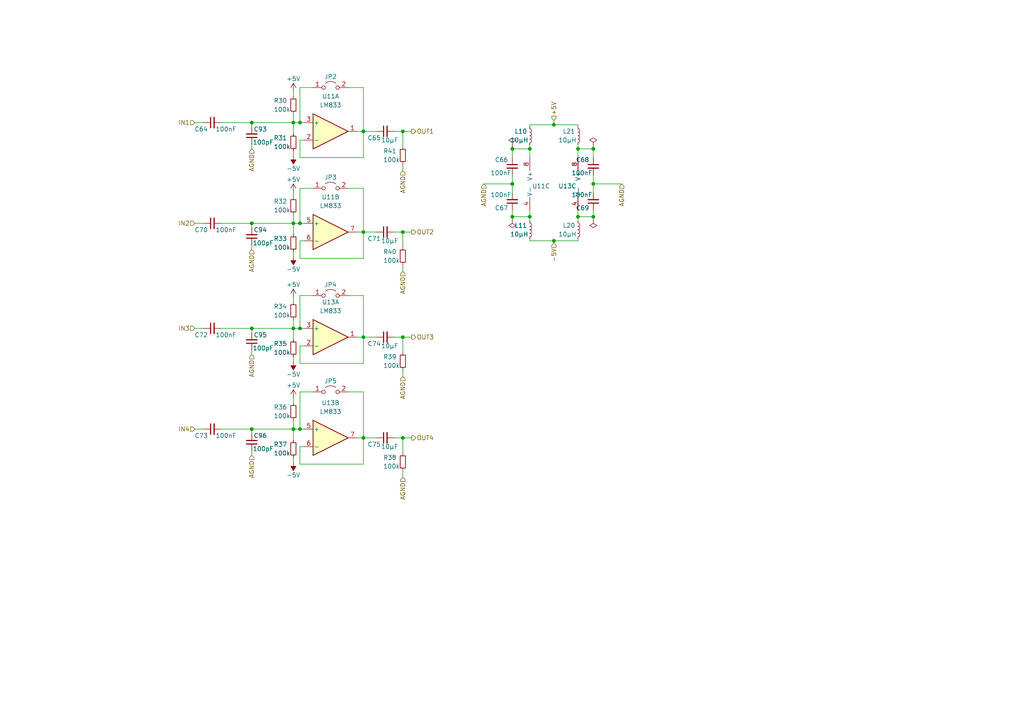
<source format=kicad_sch>
(kicad_sch (version 20231120) (generator "eeschema") (generator_version "8.0")
  (paper "A4")
  (lib_symbols
    (symbol "Amplifier_Operational:OPA2134" (pin_names (offset 0.127))
      (property "Reference" "U" (at 0 5.08 0))
      (property "Value" "OPA2134" (at 0 -5.08 0))
      (symbol "OPA2134_1_1"
        (polyline (pts (xy -5.08 5.08) (xy 5.08 0) (xy -5.08 -5.08) (xy -5.08 5.08)) (stroke (width 0.254)) (fill (type background)))
        (pin output line (at 7.62 0 180) (length 2.54) (name "~") (number "1"))
        (pin input line (at -7.62 -2.54 0) (length 2.54) (name "-") (number "2"))
        (pin input line (at -7.62 2.54 0) (length 2.54) (name "+") (number "3"))
      )
      (symbol "OPA2134_2_1"
        (polyline (pts (xy -5.08 5.08) (xy 5.08 0) (xy -5.08 -5.08) (xy -5.08 5.08)) (stroke (width 0.254)) (fill (type background)))
        (pin input line (at -7.62 2.54 0) (length 2.54) (name "+") (number "5"))
        (pin input line (at -7.62 -2.54 0) (length 2.54) (name "-") (number "6"))
        (pin output line (at 7.62 0 180) (length 2.54) (name "~") (number "7"))
      )
      (symbol "OPA2134_3_1"
        (pin power_in line (at -2.54 -7.62 90) (length 3.81) (name "V-") (number "4"))
        (pin power_in line (at -2.54 7.62 270) (length 3.81) (name "V+") (number "8"))
      )
    )
    (symbol "Device:C_Small" (pin_numbers hide) (pin_names (offset 0.254) hide)
      (property "Reference" "C" (at 0.254 1.778 0))
      (property "Value" "C_Small" (at 0.254 -2.032 0))
      (symbol "C_Small_0_1"
        (polyline (pts (xy -1.524 -0.508) (xy 1.524 -0.508)) (stroke (width 0.3302)))
        (polyline (pts (xy -1.524 0.508) (xy 1.524 0.508)) (stroke (width 0.3048)))
      )
      (symbol "C_Small_1_1"
        (pin passive line (at 0 2.54 270) (length 2.032) (name "~") (number "1"))
        (pin passive line (at 0 -2.54 90) (length 2.032) (name "~") (number "2"))
      )
    )
    (symbol "Device:L_Small" (pin_numbers hide) (pin_names (offset 0.254) hide)
      (property "Reference" "L" (at 0.762 1.016 0))
      (property "Value" "L_Small" (at 0.762 -1.016 0))
      (symbol "L_Small_0_1"
        (arc (start 0 -2.032) (mid 0.5058 -1.524) (end 0 -1.016))
        (arc (start 0 -1.016) (mid 0.5058 -0.508) (end 0 0))
        (arc (start 0 0) (mid 0.5058 0.508) (end 0 1.016))
        (arc (start 0 1.016) (mid 0.5058 1.524) (end 0 2.032))
      )
      (symbol "L_Small_1_1"
        (pin passive line (at 0 2.54 270) (length 0.508) (name "~") (number "1"))
        (pin passive line (at 0 -2.54 90) (length 0.508) (name "~") (number "2"))
      )
    )
    (symbol "Device:R_Small" (pin_numbers hide) (pin_names (offset 0.254) hide)
      (property "Reference" "R" (at 0.762 0.508 0))
      (property "Value" "R_Small" (at 0.762 -1.016 0))
      (symbol "R_Small_0_1"
        (rectangle (start -0.762 1.778) (end 0.762 -1.778) (stroke (width 0.2032)))
      )
      (symbol "R_Small_1_1"
        (pin passive line (at 0 2.54 270) (length 0.762) (name "~") (number "1"))
        (pin passive line (at 0 -2.54 90) (length 0.762) (name "~") (number "2"))
      )
    )
    (symbol "Jumper:Jumper_2_Open" (pin_names (offset 0) hide)
      (property "Reference" "JP" (at 0 2.794 0))
      (property "Value" "Jumper_2_Open" (at 0 -2.286 0))
      (symbol "Jumper_2_Open_0_0"
        (circle (center -2.032 0) (radius 0.508))
        (circle (center 2.032 0) (radius 0.508))
      )
      (symbol "Jumper_2_Open_0_1"
        (arc (start 1.524 1.27) (mid 0 1.778) (end -1.524 1.27))
      )
      (symbol "Jumper_2_Open_1_1"
        (pin passive line (at -5.08 0 0) (length 2.54) (name "A") (number "1"))
        (pin passive line (at 5.08 0 180) (length 2.54) (name "B") (number "2"))
      )
    )
    (symbol "power:+5V" (power) (pin_names (offset 0))
      (property "Value" "+5V" (at 0 3.556 0))
      (symbol "+5V_0_1"
        (polyline (pts (xy -0.762 1.27) (xy 0 2.54)))
        (polyline (pts (xy 0 0) (xy 0 2.54)))
        (polyline (pts (xy 0 2.54) (xy 0.762 1.27)))
      )
      (symbol "+5V_1_1"
        (pin power_in line (at 0 0 90) (length 0) hide (name "+5V") (number "1"))
      )
    )
    (symbol "power:-5V" (power) (pin_names (offset 0))
      (property "Value" "-5V" (at 0 3.81 0))
      (symbol "-5V_0_0"
        (pin power_in line (at 0 0 90) (length 0) hide (name "-5V") (number "1"))
      )
      (symbol "-5V_0_1"
        (polyline (pts (xy 0 0) (xy 0 1.27) (xy 0.762 1.27) (xy 0 2.54) (xy -0.762 1.27) (xy 0 1.27)) (fill (type outline)))
      )
    )
    (symbol "power:PWR_FLAG" (power) (pin_numbers hide) (pin_names (offset 0) hide)
      (property "Value" "PWR_FLAG" (at 0 3.81 0))
      (symbol "PWR_FLAG_0_0"
        (pin power_out line (at 0 0 90) (length 0) (name "pwr") (number "1"))
      )
      (symbol "PWR_FLAG_0_1"
        (polyline (pts (xy 0 0) (xy 0 1.27) (xy -1.016 1.905) (xy 0 2.54) (xy 1.016 1.905) (xy 0 1.27)))
      )
    )
  )
  (junction (at 160.655 69.85))
  (junction (at 116.84 67.31))
  (junction (at 73.025 95.25))
  (junction (at 148.59 62.865))
  (junction (at 172.085 43.18))
  (junction (at 73.025 64.77))
  (junction (at 172.085 53.34))
  (junction (at 148.59 43.18))
  (junction (at 86.995 124.46))
  (junction (at 116.84 97.79))
  (junction (at 85.09 124.46))
  (junction (at 148.59 53.34))
  (junction (at 116.84 38.1))
  (junction (at 86.995 35.56))
  (junction (at 73.025 35.56))
  (junction (at 172.085 62.865))
  (junction (at 85.09 35.56))
  (junction (at 105.41 67.31))
  (junction (at 116.84 127))
  (junction (at 86.995 95.25))
  (junction (at 85.09 64.77))
  (junction (at 167.64 62.865))
  (junction (at 105.41 127))
  (junction (at 105.41 97.79))
  (junction (at 86.995 64.77))
  (junction (at 85.09 95.25))
  (junction (at 105.41 38.1))
  (junction (at 160.655 36.195))
  (junction (at 73.025 124.46))
  (junction (at 153.67 62.865))
  (junction (at 153.67 43.18))
  (junction (at 167.64 43.18))
  (wire (pts (xy 86.995 35.56) (xy 88.265 35.56)))
  (wire (pts (xy 114.3 67.31) (xy 116.84 67.31)))
  (wire (pts (xy 153.67 45.72) (xy 153.67 43.18)))
  (wire (pts (xy 85.09 132.715) (xy 85.09 133.985)))
  (wire (pts (xy 85.09 95.25) (xy 85.09 98.425)))
  (wire (pts (xy 160.655 69.85) (xy 160.655 70.485)))
  (wire (pts (xy 64.135 124.46) (xy 73.025 124.46)))
  (wire (pts (xy 105.41 25.4) (xy 105.41 38.1)))
  (wire (pts (xy 86.995 45.72) (xy 86.995 40.64)))
  (wire (pts (xy 105.41 127) (xy 109.22 127)))
  (wire (pts (xy 86.995 40.64) (xy 88.265 40.64)))
  (wire (pts (xy 114.3 38.1) (xy 116.84 38.1)))
  (wire (pts (xy 105.41 38.1) (xy 105.41 45.72)))
  (wire (pts (xy 153.67 69.85) (xy 153.67 69.215)))
  (wire (pts (xy 86.995 95.25) (xy 88.265 95.25)))
  (wire (pts (xy 116.84 127) (xy 116.84 131.445)))
  (wire (pts (xy 56.515 64.77) (xy 59.055 64.77)))
  (wire (pts (xy 153.67 43.18) (xy 153.67 41.91)))
  (wire (pts (xy 172.085 62.865) (xy 172.085 63.5)))
  (wire (pts (xy 105.41 134.62) (xy 86.995 134.62)))
  (wire (pts (xy 148.59 50.8) (xy 148.59 53.34)))
  (wire (pts (xy 103.505 97.79) (xy 105.41 97.79)))
  (wire (pts (xy 153.67 62.865) (xy 153.67 64.135)))
  (wire (pts (xy 172.085 50.8) (xy 172.085 53.34)))
  (wire (pts (xy 116.84 136.525) (xy 116.84 138.43)))
  (wire (pts (xy 116.84 76.835) (xy 116.84 78.74)))
  (wire (pts (xy 160.655 34.925) (xy 160.655 36.195)))
  (wire (pts (xy 100.965 25.4) (xy 105.41 25.4)))
  (wire (pts (xy 148.59 43.18) (xy 153.67 43.18)))
  (wire (pts (xy 116.84 97.79) (xy 119.38 97.79)))
  (wire (pts (xy 73.025 64.77) (xy 85.09 64.77)))
  (wire (pts (xy 85.09 35.56) (xy 86.995 35.56)))
  (wire (pts (xy 100.965 113.665) (xy 105.41 113.665)))
  (wire (pts (xy 105.41 67.31) (xy 105.41 74.93)))
  (wire (pts (xy 167.64 36.83) (xy 167.64 36.195)))
  (wire (pts (xy 105.41 113.665) (xy 105.41 127)))
  (wire (pts (xy 64.135 64.77) (xy 73.025 64.77)))
  (wire (pts (xy 105.41 97.79) (xy 105.41 105.41)))
  (wire (pts (xy 73.025 71.12) (xy 73.025 72.39)))
  (wire (pts (xy 167.64 36.195) (xy 160.655 36.195)))
  (wire (pts (xy 85.09 124.46) (xy 86.995 124.46)))
  (wire (pts (xy 105.41 38.1) (xy 109.22 38.1)))
  (wire (pts (xy 85.09 95.25) (xy 86.995 95.25)))
  (wire (pts (xy 172.085 53.34) (xy 180.34 53.34)))
  (wire (pts (xy 85.09 86.36) (xy 85.09 87.63)))
  (wire (pts (xy 86.995 124.46) (xy 88.265 124.46)))
  (wire (pts (xy 167.64 43.18) (xy 167.64 45.72)))
  (wire (pts (xy 148.59 62.865) (xy 153.67 62.865)))
  (wire (pts (xy 148.59 63.5) (xy 148.59 62.865)))
  (wire (pts (xy 85.09 121.92) (xy 85.09 124.46)))
  (wire (pts (xy 160.655 69.85) (xy 167.64 69.85)))
  (wire (pts (xy 85.09 64.77) (xy 86.995 64.77)))
  (wire (pts (xy 105.41 127) (xy 105.41 134.62)))
  (wire (pts (xy 153.67 36.195) (xy 153.67 36.83)))
  (wire (pts (xy 86.995 25.4) (xy 86.995 35.56)))
  (wire (pts (xy 85.09 55.88) (xy 85.09 57.15)))
  (wire (pts (xy 85.09 115.57) (xy 85.09 116.84)))
  (wire (pts (xy 116.84 97.79) (xy 116.84 102.235)))
  (wire (pts (xy 73.025 124.46) (xy 73.025 125.73)))
  (wire (pts (xy 172.085 42.545) (xy 172.085 43.18)))
  (wire (pts (xy 140.335 53.34) (xy 148.59 53.34)))
  (wire (pts (xy 103.505 127) (xy 105.41 127)))
  (wire (pts (xy 56.515 35.56) (xy 59.055 35.56)))
  (wire (pts (xy 172.085 60.96) (xy 172.085 62.865)))
  (wire (pts (xy 85.09 26.67) (xy 85.09 27.94)))
  (wire (pts (xy 116.84 38.1) (xy 116.84 42.545)))
  (wire (pts (xy 105.41 105.41) (xy 86.995 105.41)))
  (wire (pts (xy 116.84 67.31) (xy 119.38 67.31)))
  (wire (pts (xy 114.3 97.79) (xy 116.84 97.79)))
  (wire (pts (xy 105.41 97.79) (xy 109.22 97.79)))
  (wire (pts (xy 85.09 92.71) (xy 85.09 95.25)))
  (wire (pts (xy 167.64 43.18) (xy 172.085 43.18)))
  (wire (pts (xy 56.515 124.46) (xy 59.055 124.46)))
  (wire (pts (xy 73.025 124.46) (xy 85.09 124.46)))
  (wire (pts (xy 86.995 74.93) (xy 86.995 69.85)))
  (wire (pts (xy 64.135 95.25) (xy 73.025 95.25)))
  (wire (pts (xy 73.025 41.91) (xy 73.025 43.18)))
  (wire (pts (xy 85.09 33.02) (xy 85.09 35.56)))
  (wire (pts (xy 85.09 124.46) (xy 85.09 127.635)))
  (wire (pts (xy 148.59 42.545) (xy 148.59 43.18)))
  (wire (pts (xy 85.09 64.77) (xy 85.09 67.945)))
  (wire (pts (xy 90.805 25.4) (xy 86.995 25.4)))
  (wire (pts (xy 86.995 85.725) (xy 90.805 85.725)))
  (wire (pts (xy 73.025 95.25) (xy 85.09 95.25)))
  (wire (pts (xy 167.64 43.18) (xy 167.64 41.91)))
  (wire (pts (xy 100.965 54.61) (xy 105.41 54.61)))
  (wire (pts (xy 105.41 54.61) (xy 105.41 67.31)))
  (wire (pts (xy 85.09 62.23) (xy 85.09 64.77)))
  (wire (pts (xy 86.995 54.61) (xy 86.995 64.77)))
  (wire (pts (xy 86.995 113.665) (xy 86.995 124.46)))
  (wire (pts (xy 148.59 60.96) (xy 148.59 62.865)))
  (wire (pts (xy 148.59 45.72) (xy 148.59 43.18)))
  (wire (pts (xy 85.09 103.505) (xy 85.09 104.775)))
  (wire (pts (xy 153.67 60.96) (xy 153.67 62.865)))
  (wire (pts (xy 86.995 100.33) (xy 88.265 100.33)))
  (wire (pts (xy 105.41 67.31) (xy 109.22 67.31)))
  (wire (pts (xy 114.3 127) (xy 116.84 127)))
  (wire (pts (xy 73.025 35.56) (xy 85.09 35.56)))
  (wire (pts (xy 64.135 35.56) (xy 73.025 35.56)))
  (wire (pts (xy 86.995 105.41) (xy 86.995 100.33)))
  (wire (pts (xy 100.965 85.725) (xy 105.41 85.725)))
  (wire (pts (xy 90.805 113.665) (xy 86.995 113.665)))
  (wire (pts (xy 148.59 53.34) (xy 148.59 55.88)))
  (wire (pts (xy 105.41 85.725) (xy 105.41 97.79)))
  (wire (pts (xy 85.09 35.56) (xy 85.09 38.735)))
  (wire (pts (xy 85.09 43.815) (xy 85.09 45.085)))
  (wire (pts (xy 73.025 130.81) (xy 73.025 132.08)))
  (wire (pts (xy 56.515 95.25) (xy 59.055 95.25)))
  (wire (pts (xy 85.09 73.025) (xy 85.09 74.295)))
  (wire (pts (xy 103.505 38.1) (xy 105.41 38.1)))
  (wire (pts (xy 153.67 36.195) (xy 160.655 36.195)))
  (wire (pts (xy 86.995 129.54) (xy 88.265 129.54)))
  (wire (pts (xy 172.085 53.34) (xy 172.085 55.88)))
  (wire (pts (xy 167.64 60.96) (xy 167.64 62.865)))
  (wire (pts (xy 73.025 101.6) (xy 73.025 102.87)))
  (wire (pts (xy 116.84 107.315) (xy 116.84 109.22)))
  (wire (pts (xy 160.655 69.85) (xy 153.67 69.85)))
  (wire (pts (xy 116.84 67.31) (xy 116.84 71.755)))
  (wire (pts (xy 172.085 43.18) (xy 172.085 45.72)))
  (wire (pts (xy 116.84 38.1) (xy 119.38 38.1)))
  (wire (pts (xy 86.995 64.77) (xy 88.265 64.77)))
  (wire (pts (xy 167.64 62.865) (xy 172.085 62.865)))
  (wire (pts (xy 73.025 35.56) (xy 73.025 36.83)))
  (wire (pts (xy 86.995 85.725) (xy 86.995 95.25)))
  (wire (pts (xy 105.41 45.72) (xy 86.995 45.72)))
  (wire (pts (xy 167.64 69.85) (xy 167.64 69.215)))
  (wire (pts (xy 105.41 74.93) (xy 86.995 74.93)))
  (wire (pts (xy 86.995 54.61) (xy 90.805 54.61)))
  (wire (pts (xy 116.84 47.625) (xy 116.84 49.53)))
  (wire (pts (xy 86.995 134.62) (xy 86.995 129.54)))
  (wire (pts (xy 73.025 95.25) (xy 73.025 96.52)))
  (wire (pts (xy 167.64 64.135) (xy 167.64 62.865)))
  (wire (pts (xy 103.505 67.31) (xy 105.41 67.31)))
  (wire (pts (xy 116.84 127) (xy 119.38 127)))
  (wire (pts (xy 73.025 64.77) (xy 73.025 66.04)))
  (wire (pts (xy 86.995 69.85) (xy 88.265 69.85)))
  (hierarchical_label "AGND" (shape input) (at 116.84 138.43 270))
  (hierarchical_label "AGND" (shape input) (at 116.84 78.74 270))
  (hierarchical_label "OUT4" (shape output) (at 119.38 127 0))
  (hierarchical_label "IN4" (shape input) (at 56.515 124.46 180))
  (hierarchical_label "AGND" (shape input) (at 180.34 53.34 270))
  (hierarchical_label "IN1" (shape input) (at 56.515 35.56 180))
  (hierarchical_label "OUT3" (shape output) (at 119.38 97.79 0))
  (hierarchical_label "AGND" (shape input) (at 116.84 109.22 270))
  (hierarchical_label "AGND" (shape input) (at 73.025 43.18 270))
  (hierarchical_label "AGND" (shape input) (at 73.025 132.08 270))
  (hierarchical_label "IN3" (shape input) (at 56.515 95.25 180))
  (hierarchical_label "OUT1" (shape output) (at 119.38 38.1 0))
  (hierarchical_label "AGND" (shape input) (at 73.025 102.87 270))
  (hierarchical_label "+5V" (shape input) (at 160.655 34.925 90))
  (hierarchical_label "-5V" (shape input) (at 160.655 70.485 270))
  (hierarchical_label "AGND" (shape input) (at 140.335 53.34 270))
  (hierarchical_label "AGND" (shape input) (at 73.025 72.39 270))
  (hierarchical_label "OUT2" (shape output) (at 119.38 67.31 0))
  (hierarchical_label "AGND" (shape input) (at 116.84 49.53 270))
  (hierarchical_label "IN2" (shape input) (at 56.515 64.77 180))
  (symbol (lib_id "power:-5V") (at 85.09 74.295 180) (unit 1)
    (property "Reference" "#PWR033" (effects (hide yes)))
    (property "Value" "-5V" (at 85.09 78.105 0))
  )
  (symbol (lib_id "Device:C_Small") (at 73.025 128.27 180) (unit 1)
    (property "Reference" "C96" (at 77.47 126.365 0) (effects (justify left)))
    (property "Value" "100pF" (at 79.375 130.175 0) (effects (justify left)))
    (property "Footprint" "Capacitor_SMD:C_0805_2012Metric_Pad1.18x1.45mm_HandSolder" (effects (hide yes)))
  )
  (symbol (lib_id "Device:R_Small") (at 85.09 30.48 0) (unit 1)
    (property "Reference" "R30" (at 79.375 29.21 0) (effects (justify left)))
    (property "Value" "100k" (at 79.375 31.75 0) (effects (justify left)))
    (property "Footprint" "Resistor_SMD:R_0603_1608Metric_Pad0.98x0.95mm_HandSolder" (effects (hide yes)))
    (property "LCSC" "C25803" (effects (hide yes)))
  )
  (symbol (lib_id "Device:C_Small") (at 73.025 68.58 180) (unit 1)
    (property "Reference" "C94" (at 77.47 66.675 0) (effects (justify left)))
    (property "Value" "100pF" (at 79.375 70.485 0) (effects (justify left)))
    (property "Footprint" "Capacitor_SMD:C_0805_2012Metric_Pad1.18x1.45mm_HandSolder" (effects (hide yes)))
  )
  (symbol (lib_id "Device:C_Small") (at 111.76 127 90) (unit 1)
    (property "Reference" "C75" (at 110.49 128.905 90) (effects (justify left)))
    (property "Value" "10µF" (at 115.57 129.54 90) (effects (justify left)))
    (property "Footprint" "Capacitor_SMD:CP_Elec_4x5.4" (effects (hide yes)))
    (property "DK" "732-8341-1-ND" (effects (hide yes)))
  )
  (symbol (lib_id "Device:L_Small") (at 167.64 66.675 0) (unit 1)
    (property "Reference" "L20" (at 163.195 65.405 0) (effects (justify left)))
    (property "Value" "10µH" (at 161.925 67.945 0) (effects (justify left)))
    (property "Footprint" "Inductor_SMD:L_0805_2012Metric_Pad1.15x1.40mm_HandSolder" (effects (hide yes)))
    (property "LCSC" "C1046" (effects (hide yes)))
  )
  (symbol (lib_id "power:+5V") (at 85.09 86.36 0) (unit 1)
    (property "Reference" "#PWR034" (effects (hide yes)))
    (property "Value" "+5V" (at 85.09 82.55 0))
  )
  (symbol (lib_id "Device:C_Small") (at 111.76 97.79 90) (unit 1)
    (property "Reference" "C74" (at 110.49 99.695 90) (effects (justify left)))
    (property "Value" "10µF" (at 115.57 100.33 90) (effects (justify left)))
    (property "Footprint" "Capacitor_SMD:CP_Elec_4x5.4" (effects (hide yes)))
    (property "DK" "732-8341-1-ND" (effects (hide yes)))
  )
  (symbol (lib_id "Device:R_Small") (at 116.84 104.775 0) (unit 1)
    (property "Reference" "R39" (at 111.125 103.505 0) (effects (justify left)))
    (property "Value" "100k" (at 111.125 106.045 0) (effects (justify left)))
    (property "Footprint" "Resistor_SMD:R_0603_1608Metric_Pad0.98x0.95mm_HandSolder" (effects (hide yes)))
    (property "LCSC" "C25803" (effects (hide yes)))
  )
  (symbol (lib_id "power:+5V") (at 85.09 115.57 0) (unit 1)
    (property "Reference" "#PWR036" (effects (hide yes)))
    (property "Value" "+5V" (at 85.09 111.76 0))
  )
  (symbol (lib_id "Device:R_Small") (at 116.84 45.085 0) (unit 1)
    (property "Reference" "R41" (at 111.125 43.815 0) (effects (justify left)))
    (property "Value" "100k" (at 111.125 46.355 0) (effects (justify left)))
    (property "Footprint" "Resistor_SMD:R_0603_1608Metric_Pad0.98x0.95mm_HandSolder" (effects (hide yes)))
    (property "LCSC" "C25803" (effects (hide yes)))
  )
  (symbol (lib_id "Amplifier_Operational:OPA2134") (at 95.885 127 0) (unit 2)
    (property "Reference" "U13" (at 95.885 116.84 0))
    (property "Value" "LM833" (at 95.885 119.38 0))
    (property "Footprint" "Package_SO:SOIC-8_5.23x5.23mm_P1.27mm" (effects (hide yes)))
    (property "Datasheet" "http://www.ti.com/lit/ds/symlink/opa134.pdf" (effects (hide yes)))
  )
  (symbol (lib_id "Jumper:Jumper_2_Open") (at 95.885 54.61 0) (unit 1)
    (property "Reference" "JP3" (at 95.885 51.435 0))
    (property "Value" "Bypass" (effects (hide yes)))
    (property "Footprint" "Jumper:SolderJumper-2_P1.3mm_Open_RoundedPad1.0x1.5mm" (effects (hide yes)))
  )
  (symbol (lib_id "Amplifier_Operational:OPA2134") (at 95.885 67.31 0) (unit 2)
    (property "Reference" "U11" (at 95.885 57.15 0))
    (property "Value" "LM833" (at 95.885 59.69 0))
    (property "Footprint" "Package_SO:SOIC-8_5.23x5.23mm_P1.27mm" (effects (hide yes)))
    (property "Datasheet" "http://www.ti.com/lit/ds/symlink/opa134.pdf" (effects (hide yes)))
  )
  (symbol (lib_id "power:+5V") (at 85.09 26.67 0) (unit 1)
    (property "Reference" "#PWR030" (effects (hide yes)))
    (property "Value" "+5V" (at 85.09 22.86 0))
  )
  (symbol (lib_id "power:-5V") (at 85.09 133.985 180) (unit 1)
    (property "Reference" "#PWR037" (effects (hide yes)))
    (property "Value" "-5V" (at 85.09 137.795 0))
  )
  (symbol (lib_id "Device:C_Small") (at 61.595 35.56 90) (unit 1)
    (property "Reference" "C64" (at 60.325 37.465 90) (effects (justify left)))
    (property "Value" "100nF" (at 68.58 37.465 90) (effects (justify left)))
    (property "Footprint" "Capacitor_SMD:C_0805_2012Metric_Pad1.18x1.45mm_HandSolder" (effects (hide yes)))
    (property "LCSC" "C28233" (effects (hide yes)))
  )
  (symbol (lib_id "power:-5V") (at 85.09 104.775 180) (unit 1)
    (property "Reference" "#PWR035" (effects (hide yes)))
    (property "Value" "-5V" (at 85.09 108.585 0))
  )
  (symbol (lib_id "Device:C_Small") (at 73.025 39.37 180) (unit 1)
    (property "Reference" "C93" (at 77.47 37.465 0) (effects (justify left)))
    (property "Value" "100pF" (at 79.375 41.275 0) (effects (justify left)))
    (property "Footprint" "Capacitor_SMD:C_0805_2012Metric_Pad1.18x1.45mm_HandSolder" (effects (hide yes)))
  )
  (symbol (lib_id "Device:C_Small") (at 111.76 67.31 90) (unit 1)
    (property "Reference" "C71" (at 110.49 69.215 90) (effects (justify left)))
    (property "Value" "10µF" (at 115.57 69.85 90) (effects (justify left)))
    (property "Footprint" "Capacitor_SMD:CP_Elec_4x5.4" (effects (hide yes)))
    (property "DK" "732-8341-1-ND" (effects (hide yes)))
  )
  (symbol (lib_id "Device:C_Small") (at 73.025 99.06 180) (unit 1)
    (property "Reference" "C95" (at 77.47 97.155 0) (effects (justify left)))
    (property "Value" "100pF" (at 79.375 100.965 0) (effects (justify left)))
    (property "Footprint" "Capacitor_SMD:C_0805_2012Metric_Pad1.18x1.45mm_HandSolder" (effects (hide yes)))
  )
  (symbol (lib_id "Device:C_Small") (at 61.595 124.46 90) (unit 1)
    (property "Reference" "C73" (at 60.325 126.365 90) (effects (justify left)))
    (property "Value" "100nF" (at 68.58 126.365 90) (effects (justify left)))
    (property "Footprint" "Capacitor_SMD:C_0805_2012Metric_Pad1.18x1.45mm_HandSolder" (effects (hide yes)))
    (property "LCSC" "C28233" (effects (hide yes)))
  )
  (symbol (lib_id "power:-5V") (at 85.09 45.085 180) (unit 1)
    (property "Reference" "#PWR031" (effects (hide yes)))
    (property "Value" "-5V" (at 85.09 48.895 0))
  )
  (symbol (lib_id "Device:C_Small") (at 111.76 38.1 90) (unit 1)
    (property "Reference" "C65" (at 110.49 40.005 90) (effects (justify left)))
    (property "Value" "10µF" (at 115.57 40.64 90) (effects (justify left)))
    (property "Footprint" "Capacitor_SMD:CP_Elec_4x5.4" (effects (hide yes)))
    (property "DK" "732-8341-1-ND" (effects (hide yes)))
  )
  (symbol (lib_id "Device:C_Small") (at 172.085 48.26 0) (unit 1)
    (property "Reference" "C68" (at 167.005 46.355 0) (effects (justify left)))
    (property "Value" "100nF" (at 165.735 50.165 0) (effects (justify left)))
    (property "Footprint" "Capacitor_SMD:C_0805_2012Metric_Pad1.18x1.45mm_HandSolder" (effects (hide yes)))
    (property "LCSC" "C28233" (effects (hide yes)))
  )
  (symbol (lib_id "Device:R_Small") (at 85.09 130.175 0) (unit 1)
    (property "Reference" "R37" (at 79.375 128.905 0) (effects (justify left)))
    (property "Value" "100k" (at 79.375 131.445 0) (effects (justify left)))
    (property "Footprint" "Resistor_SMD:R_0603_1608Metric_Pad0.98x0.95mm_HandSolder" (effects (hide yes)))
    (property "LCSC" "C25803" (effects (hide yes)))
  )
  (symbol (lib_id "Device:C_Small") (at 148.59 58.42 0) (mirror x) (unit 1)
    (property "Reference" "C67" (at 143.51 60.325 0) (effects (justify left)))
    (property "Value" "100nF" (at 142.24 56.515 0) (effects (justify left)))
    (property "Footprint" "Capacitor_SMD:C_0805_2012Metric_Pad1.18x1.45mm_HandSolder" (effects (hide yes)))
    (property "LCSC" "C28233" (effects (hide yes)))
  )
  (symbol (lib_id "power:+5V") (at 85.09 55.88 0) (unit 1)
    (property "Reference" "#PWR032" (effects (hide yes)))
    (property "Value" "+5V" (at 85.09 52.07 0))
  )
  (symbol (lib_id "Device:R_Small") (at 116.84 133.985 0) (unit 1)
    (property "Reference" "R38" (at 111.125 132.715 0) (effects (justify left)))
    (property "Value" "100k" (at 111.125 135.255 0) (effects (justify left)))
    (property "Footprint" "Resistor_SMD:R_0603_1608Metric_Pad0.98x0.95mm_HandSolder" (effects (hide yes)))
    (property "LCSC" "C25803" (effects (hide yes)))
  )
  (symbol (lib_id "Jumper:Jumper_2_Open") (at 95.885 25.4 0) (unit 1)
    (property "Reference" "JP2" (at 95.885 22.225 0))
    (property "Value" "Bypass" (effects (hide yes)))
    (property "Footprint" "Jumper:SolderJumper-2_P1.3mm_Open_RoundedPad1.0x1.5mm" (effects (hide yes)))
  )
  (symbol (lib_id "power:PWR_FLAG") (at 172.085 42.545 0) (unit 1)
    (property "Reference" "#FLG020" (effects (hide yes)))
    (property "Value" "PWR_FLAG" (effects (hide yes)))
  )
  (symbol (lib_id "Jumper:Jumper_2_Open") (at 95.885 85.725 0) (unit 1)
    (property "Reference" "JP4" (at 95.885 82.55 0))
    (property "Value" "Bypass" (effects (hide yes)))
    (property "Footprint" "Jumper:SolderJumper-2_P1.3mm_Open_RoundedPad1.0x1.5mm" (effects (hide yes)))
  )
  (symbol (lib_id "Device:C_Small") (at 61.595 64.77 90) (unit 1)
    (property "Reference" "C70" (at 60.325 66.675 90) (effects (justify left)))
    (property "Value" "100nF" (at 68.58 66.675 90) (effects (justify left)))
    (property "Footprint" "Capacitor_SMD:C_0805_2012Metric_Pad1.18x1.45mm_HandSolder" (effects (hide yes)))
    (property "LCSC" "C28233" (effects (hide yes)))
  )
  (symbol (lib_id "Device:R_Small") (at 85.09 90.17 0) (unit 1)
    (property "Reference" "R34" (at 79.375 88.9 0) (effects (justify left)))
    (property "Value" "100k" (at 79.375 91.44 0) (effects (justify left)))
    (property "Footprint" "Resistor_SMD:R_0603_1608Metric_Pad0.98x0.95mm_HandSolder" (effects (hide yes)))
    (property "LCSC" "C25803" (effects (hide yes)))
  )
  (symbol (lib_id "Device:C_Small") (at 148.59 48.26 0) (unit 1)
    (property "Reference" "C66" (at 143.51 46.355 0) (effects (justify left)))
    (property "Value" "100nF" (at 142.24 50.165 0) (effects (justify left)))
    (property "Footprint" "Capacitor_SMD:C_0805_2012Metric_Pad1.18x1.45mm_HandSolder" (effects (hide yes)))
    (property "LCSC" "C28233" (effects (hide yes)))
  )
  (symbol (lib_id "Jumper:Jumper_2_Open") (at 95.885 113.665 0) (unit 1)
    (property "Reference" "JP5" (at 95.885 110.49 0))
    (property "Value" "Bypass" (effects (hide yes)))
    (property "Footprint" "Jumper:SolderJumper-2_P1.3mm_Open_RoundedPad1.0x1.5mm" (effects (hide yes)))
  )
  (symbol (lib_id "Device:R_Small") (at 85.09 41.275 0) (unit 1)
    (property "Reference" "R31" (at 79.375 40.005 0) (effects (justify left)))
    (property "Value" "100k" (at 79.375 42.545 0) (effects (justify left)))
    (property "Footprint" "Resistor_SMD:R_0603_1608Metric_Pad0.98x0.95mm_HandSolder" (effects (hide yes)))
    (property "LCSC" "C25803" (effects (hide yes)))
  )
  (symbol (lib_id "Amplifier_Operational:OPA2134") (at 156.21 53.34 0) (unit 3)
    (property "Reference" "U11" (at 154.305 53.975 0) (effects (justify left)))
    (property "Value" "LM833" (effects (hide yes)))
    (property "Footprint" "Package_SO:SOIC-8_5.23x5.23mm_P1.27mm" (effects (hide yes)))
    (property "Datasheet" "http://www.ti.com/lit/ds/symlink/opa134.pdf" (effects (hide yes)))
  )
  (symbol (lib_id "Device:C_Small") (at 61.595 95.25 90) (unit 1)
    (property "Reference" "C72" (at 60.325 97.155 90) (effects (justify left)))
    (property "Value" "100nF" (at 68.58 97.155 90) (effects (justify left)))
    (property "Footprint" "Capacitor_SMD:C_0805_2012Metric_Pad1.18x1.45mm_HandSolder" (effects (hide yes)))
    (property "LCSC" "C28233" (effects (hide yes)))
  )
  (symbol (lib_id "Amplifier_Operational:OPA2134") (at 95.885 97.79 0) (unit 1)
    (property "Reference" "U13" (at 95.885 87.63 0))
    (property "Value" "LM833" (at 95.885 90.17 0))
    (property "Footprint" "Package_SO:SOIC-8_5.23x5.23mm_P1.27mm" (effects (hide yes)))
    (property "Datasheet" "http://www.ti.com/lit/ds/symlink/opa134.pdf" (effects (hide yes)))
  )
  (symbol (lib_id "power:PWR_FLAG") (at 148.59 63.5 180) (unit 1)
    (property "Reference" "#FLG06" (effects (hide yes)))
    (property "Value" "PWR_FLAG" (effects (hide yes)))
  )
  (symbol (lib_id "Amplifier_Operational:OPA2134") (at 95.885 38.1 0) (unit 1)
    (property "Reference" "U11" (at 95.885 27.94 0))
    (property "Value" "LM833" (at 95.885 30.48 0))
    (property "Footprint" "Package_SO:SOIC-8_5.23x5.23mm_P1.27mm" (effects (hide yes)))
    (property "Datasheet" "http://www.ti.com/lit/ds/symlink/opa134.pdf" (effects (hide yes)))
  )
  (symbol (lib_id "Device:R_Small") (at 85.09 70.485 0) (unit 1)
    (property "Reference" "R33" (at 79.375 69.215 0) (effects (justify left)))
    (property "Value" "100k" (at 79.375 71.755 0) (effects (justify left)))
    (property "Footprint" "Resistor_SMD:R_0603_1608Metric_Pad0.98x0.95mm_HandSolder" (effects (hide yes)))
    (property "LCSC" "C25803" (effects (hide yes)))
  )
  (symbol (lib_id "Device:L_Small") (at 153.67 39.37 0) (unit 1)
    (property "Reference" "L10" (at 149.225 38.1 0) (effects (justify left)))
    (property "Value" "10µH" (at 147.955 40.64 0) (effects (justify left)))
    (property "Footprint" "Inductor_SMD:L_0805_2012Metric_Pad1.15x1.40mm_HandSolder" (effects (hide yes)))
    (property "LCSC" "C1046" (effects (hide yes)))
  )
  (symbol (lib_id "Device:R_Small") (at 85.09 59.69 0) (unit 1)
    (property "Reference" "R32" (at 79.375 58.42 0) (effects (justify left)))
    (property "Value" "100k" (at 79.375 60.96 0) (effects (justify left)))
    (property "Footprint" "Resistor_SMD:R_0603_1608Metric_Pad0.98x0.95mm_HandSolder" (effects (hide yes)))
    (property "LCSC" "C25803" (effects (hide yes)))
  )
  (symbol (lib_id "power:PWR_FLAG") (at 172.085 63.5 180) (unit 1)
    (property "Reference" "#FLG021" (effects (hide yes)))
    (property "Value" "PWR_FLAG" (effects (hide yes)))
  )
  (symbol (lib_id "Amplifier_Operational:OPA2134") (at 170.18 53.34 0) (unit 3)
    (property "Reference" "U13" (at 161.925 53.975 0) (effects (justify left)))
    (property "Value" "LM833" (effects (hide yes)))
    (property "Footprint" "Package_SO:SOIC-8_5.23x5.23mm_P1.27mm" (effects (hide yes)))
    (property "Datasheet" "http://www.ti.com/lit/ds/symlink/opa134.pdf" (effects (hide yes)))
  )
  (symbol (lib_id "Device:R_Small") (at 85.09 119.38 0) (unit 1)
    (property "Reference" "R36" (at 79.375 118.11 0) (effects (justify left)))
    (property "Value" "100k" (at 79.375 120.65 0) (effects (justify left)))
    (property "Footprint" "Resistor_SMD:R_0603_1608Metric_Pad0.98x0.95mm_HandSolder" (effects (hide yes)))
    (property "LCSC" "C25803" (effects (hide yes)))
  )
  (symbol (lib_id "Device:C_Small") (at 172.085 58.42 0) (mirror x) (unit 1)
    (property "Reference" "C69" (at 167.005 60.325 0) (effects (justify left)))
    (property "Value" "100nF" (at 165.735 56.515 0) (effects (justify left)))
    (property "Footprint" "Capacitor_SMD:C_0805_2012Metric_Pad1.18x1.45mm_HandSolder" (effects (hide yes)))
    (property "LCSC" "C28233" (effects (hide yes)))
  )
  (symbol (lib_id "Device:L_Small") (at 167.64 39.37 0) (unit 1)
    (property "Reference" "L21" (at 163.195 38.1 0) (effects (justify left)))
    (property "Value" "10µH" (at 161.925 40.64 0) (effects (justify left)))
    (property "Footprint" "Inductor_SMD:L_0805_2012Metric_Pad1.15x1.40mm_HandSolder" (effects (hide yes)))
    (property "LCSC" "C1046" (effects (hide yes)))
  )
  (symbol (lib_id "Device:R_Small") (at 85.09 100.965 0) (unit 1)
    (property "Reference" "R35" (at 79.375 99.695 0) (effects (justify left)))
    (property "Value" "100k" (at 79.375 102.235 0) (effects (justify left)))
    (property "Footprint" "Resistor_SMD:R_0603_1608Metric_Pad0.98x0.95mm_HandSolder" (effects (hide yes)))
    (property "LCSC" "C25803" (effects (hide yes)))
  )
  (symbol (lib_id "Device:R_Small") (at 116.84 74.295 0) (unit 1)
    (property "Reference" "R40" (at 111.125 73.025 0) (effects (justify left)))
    (property "Value" "100k" (at 111.125 75.565 0) (effects (justify left)))
    (property "Footprint" "Resistor_SMD:R_0603_1608Metric_Pad0.98x0.95mm_HandSolder" (effects (hide yes)))
    (property "LCSC" "C25803" (effects (hide yes)))
  )
  (symbol (lib_id "Device:L_Small") (at 153.67 66.675 0) (unit 1)
    (property "Reference" "L11" (at 149.225 65.405 0) (effects (justify left)))
    (property "Value" "10µH" (at 147.955 67.945 0) (effects (justify left)))
    (property "Footprint" "Inductor_SMD:L_0805_2012Metric_Pad1.15x1.40mm_HandSolder" (effects (hide yes)))
    (property "LCSC" "C1046" (effects (hide yes)))
  )
  (symbol (lib_id "power:PWR_FLAG") (at 148.59 42.545 0) (unit 1)
    (property "Reference" "#FLG05" (effects (hide yes)))
    (property "Value" "PWR_FLAG" (effects (hide yes)))
  )
)
</source>
